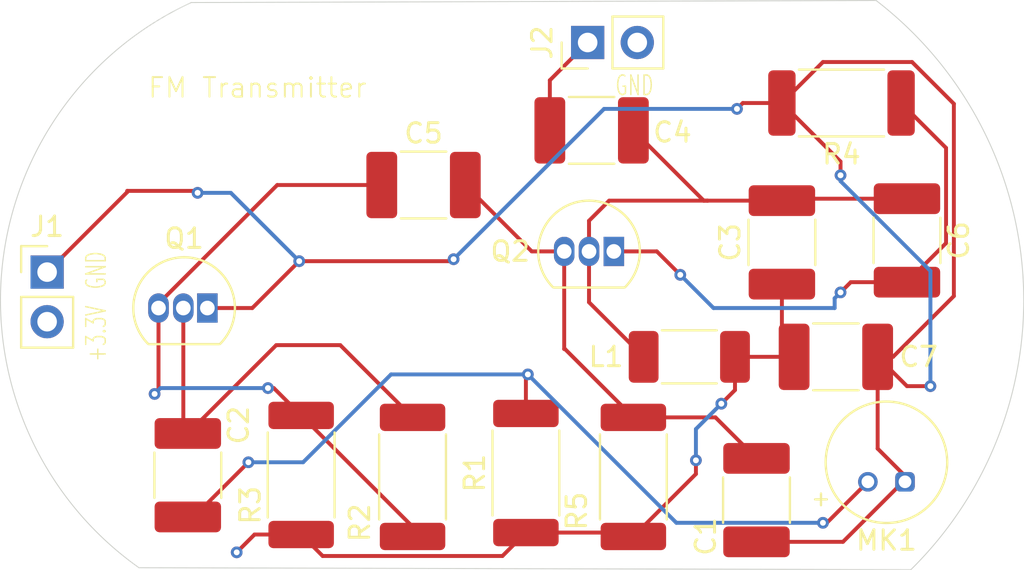
<source format=kicad_pcb>
(kicad_pcb (version 20240108) (generator "pcbnew") (generator_version "8.0")
  (title_block (title "FM Transmitter") (date "2024-07-05") (company "Prince Lee Muhera"))
  (layers (0 "F.Cu" signal) (1 "In1.Cu" power "GnD") (2 "In2.Cu" power "PwR") (31 "B.Cu" signal) (34 "B.Paste" user) (35 "F.Paste" user) (36 "B.SilkS" user "B.Silkscreen") (37 "F.SilkS" user "F.Silkscreen") (38 "B.Mask" user) (39 "F.Mask" user) (44 "Edge.Cuts" user))
  (net 0 "")
  (net 1 "Net-(Q1-B)")
  (net 2 "Net-(MK1-+)")
  (net 3 "Net-(Q2-B)")
  (net 4 "Net-(Q1-C)")
  (net 5 "+3.3V")
  (net 6 "Net-(Q2-C)")
  (net 7 "Net-(Q2-E)")
  (net 8 "/ANT")
  (net 9 "GND")
  (footprint "Capacitor_SMD:C_1812_4532Metric_Pad1.57x3.40mm_HandSolder" (layer "F.Cu") (at 190.56393 88.898931)
    (property "Reference" "C7" (at 4.2375 0 0) (layer "F.SilkS"))
    (property "Value" "22nF")
    (fp_line (start -1.161252 -1.71) (end 1.161252 -1.71) (stroke (width 0.12)) (layer "F.SilkS"))
    (fp_line (start -1.161252 1.71) (end 1.161252 1.71) (stroke (width 0.12)) (layer "F.SilkS"))
    (pad "1" smd roundrect (at -2.1375 0) (size 1.575 3.4) (layers "F.Cu" "F.Paste" "F.Mask") (roundrect_rratio 0.15873) (net 5 "+3.3V"))
    (pad "2" smd roundrect (at 2.1375 0) (size 1.575 3.4) (layers "F.Cu" "F.Paste" "F.Mask") (roundrect_rratio 0.15873) (net 9 "GND"))
  )
  (footprint "Sensor_Audio:POM-2244P-C3310-2-R" (layer "F.Cu") (at 194.10143 95.298931 180)
    (property "Reference" "MK1" (at 0.95 -3 0) (layer "F.SilkS"))
    (property "Value" "Microphone_Condenser" (hide yes))
    (fp_line (start 4.3 -0.9) (end 4.6 -0.9) (stroke (width 0.12)) (layer "F.SilkS"))
    (fp_line (start 4.3 -0.9) (end 4 -0.9) (stroke (width 0.12)) (layer "F.SilkS"))
    (fp_line (start 4.3 -1.2) (end 4.3 -0.6) (stroke (width 0.12)) (layer "F.SilkS"))
    (fp_circle (center 0.95 1) (end 4.06 1) (stroke (width 0.12)) (fill none) (layer "F.SilkS"))
    (pad "1" thru_hole roundrect (at 0 0 180) (size 1 1) (drill 0.65) (layers "*.Cu" "*.Mask") (net 9 "GND"))
    (pad "2" thru_hole circle (at 1.9 0 180) (size 1 1) (drill 0.65) (layers "*.Cu" "*.Mask") (net 2 "Net-(MK1-+)"))
  )
  (footprint "Capacitor_SMD:C_1812_4532Metric_Pad1.57x3.40mm_HandSolder" (layer "F.Cu") (at 187.80143 83.036431 90)
    (property "Reference" "C3" (at 0 -2.65 90) (layer "F.SilkS"))
    (property "Value" "60pF")
    (fp_line (start -1.161252 -1.71) (end 1.161252 -1.71) (stroke (width 0.12)) (layer "F.SilkS"))
    (fp_line (start -1.161252 1.71) (end 1.161252 1.71) (stroke (width 0.12)) (layer "F.SilkS"))
    (pad "1" smd roundrect (at -2.1375 0 90) (size 1.575 3.4) (layers "F.Cu" "F.Paste" "F.Mask") (roundrect_rratio 0.15873) (net 5 "+3.3V"))
    (pad "2" smd roundrect (at 2.1375 0 90) (size 1.575 3.4) (layers "F.Cu" "F.Paste" "F.Mask") (roundrect_rratio 0.15873) (net 6 "Net-(Q2-C)"))
  )
  (footprint "Capacitor_SMD:C_1812_4532Metric_Pad1.57x3.40mm_HandSolder" (layer "F.Cu") (at 186.50143 96.236431 90)
    (property "Reference" "C1" (at -1.8625 -2.6 90) (layer "F.SilkS"))
    (property "Value" "1nF")
    (fp_line (start -1.161252 -1.71) (end 1.161252 -1.71) (stroke (width 0.12)) (layer "F.SilkS"))
    (fp_line (start -1.161252 1.71) (end 1.161252 1.71) (stroke (width 0.12)) (layer "F.SilkS"))
    (pad "1" smd roundrect (at -2.1375 0 90) (size 1.575 3.4) (layers "F.Cu" "F.Paste" "F.Mask") (roundrect_rratio 0.15873) (net 9 "GND"))
    (pad "2" smd roundrect (at 2.1375 0 90) (size 1.575 3.4) (layers "F.Cu" "F.Paste" "F.Mask") (roundrect_rratio 0.15873) (net 3 "Net-(Q2-B)"))
  )
  (footprint "Capacitor_SMD:C_1812_4532Metric_Pad1.57x3.40mm_HandSolder" (layer "F.Cu") (at 178.06393 77.298931)
    (property "Reference" "C4" (at 4.1375 0.1 0) (layer "F.SilkS"))
    (property "Value" "27pF")
    (fp_line (start -1.161252 -1.71) (end 1.161252 -1.71) (stroke (width 0.12)) (layer "F.SilkS"))
    (fp_line (start -1.161252 1.71) (end 1.161252 1.71) (stroke (width 0.12)) (layer "F.SilkS"))
    (pad "1" smd roundrect (at -2.1375 0) (size 1.575 3.4) (layers "F.Cu" "F.Paste" "F.Mask") (roundrect_rratio 0.15873) (net 8 "/ANT"))
    (pad "2" smd roundrect (at 2.1375 0) (size 1.575 3.4) (layers "F.Cu" "F.Paste" "F.Mask") (roundrect_rratio 0.15873) (net 6 "Net-(Q2-C)"))
  )
  (footprint "Resistor_SMD:R_2512_6332Metric_Pad1.40x3.35mm_HandSolder" (layer "F.Cu") (at 180.20143 95.048931 90)
    (property "Reference" "R5" (at -1.75 -2.9 90) (layer "F.SilkS"))
    (property "Value" "43k")
    (fp_line (start -2.177064 -1.71) (end 2.177064 -1.71) (stroke (width 0.12)) (layer "F.SilkS"))
    (fp_line (start -2.177064 1.71) (end 2.177064 1.71) (stroke (width 0.12)) (layer "F.SilkS"))
    (pad "1" smd roundrect (at -3.05 0 90) (size 1.4 3.35) (layers "F.Cu" "F.Paste" "F.Mask") (roundrect_rratio 0.178571) (net 5 "+3.3V"))
    (pad "2" smd roundrect (at 3.05 0 90) (size 1.4 3.35) (layers "F.Cu" "F.Paste" "F.Mask") (roundrect_rratio 0.178571) (net 3 "Net-(Q2-B)"))
  )
  (footprint "Resistor_SMD:R_2512_6332Metric_Pad1.40x3.35mm_HandSolder" (layer "F.Cu") (at 163.20143 94.948931 90)
    (property "Reference" "R3" (at -1.55 -2.6 90) (layer "F.SilkS"))
    (property "Value" "10k")
    (fp_line (start -2.177064 -1.71) (end 2.177064 -1.71) (stroke (width 0.12)) (layer "F.SilkS"))
    (fp_line (start -2.177064 1.71) (end 2.177064 1.71) (stroke (width 0.12)) (layer "F.SilkS"))
    (pad "1" smd roundrect (at -3.05 0 90) (size 1.4 3.35) (layers "F.Cu" "F.Paste" "F.Mask") (roundrect_rratio 0.178571) (net 5 "+3.3V"))
    (pad "2" smd roundrect (at 3.05 0 90) (size 1.4 3.35) (layers "F.Cu" "F.Paste" "F.Mask") (roundrect_rratio 0.178571) (net 4 "Net-(Q1-C)"))
  )
  (footprint "Connector_PinHeader_2.54mm:PinHeader_1x02_P2.54mm_Vertical" (layer "F.Cu") (at 150.20143 84.558931)
    (property "Reference" "J1" (at 0 -2.33 0) (layer "F.SilkS"))
    (property "Value" "Conn_01x02_Pin" (hide yes))
    (fp_line (start -1.33 -1.33) (end 0 -1.33) (stroke (width 0.12)) (layer "F.SilkS"))
    (fp_line (start -1.33 0) (end -1.33 -1.33) (stroke (width 0.12)) (layer "F.SilkS"))
    (fp_line (start -1.33 1.27) (end -1.33 3.87) (stroke (width 0.12)) (layer "F.SilkS"))
    (fp_line (start -1.33 1.27) (end 1.33 1.27) (stroke (width 0.12)) (layer "F.SilkS"))
    (fp_line (start -1.33 3.87) (end 1.33 3.87) (stroke (width 0.12)) (layer "F.SilkS"))
    (fp_line (start 1.33 1.27) (end 1.33 3.87) (stroke (width 0.12)) (layer "F.SilkS"))
    (pad "1" thru_hole rect (at 0 0) (size 1.7 1.7) (drill 1) (layers "*.Cu" "*.Mask") (net 9 "GND"))
    (pad "2" thru_hole oval (at 0 2.54) (size 1.7 1.7) (drill 1) (layers "*.Cu" "*.Mask") (net 5 "+3.3V"))
  )
  (footprint "Inductor_SMD:L_2010_5025Metric_Pad1.52x2.65mm_HandSolder" (layer "F.Cu") (at 183.06393 88.898931 180)
    (property "Reference" "L1" (at 4.2625 0 180) (layer "F.SilkS"))
    (property "Value" "0.1uH")
    (fp_line (start -1.402064 1.36) (end 1.402064 1.36) (stroke (width 0.12)) (layer "F.SilkS"))
    (fp_line (start -1.402064 -1.36) (end 1.402064 -1.36) (stroke (width 0.12)) (layer "F.SilkS"))
    (pad "1" smd roundrect (at -2.3375 0 180) (size 1.525 2.65) (layers "F.Cu" "F.Paste" "F.Mask") (roundrect_rratio 0.163934) (net 5 "+3.3V"))
    (pad "2" smd roundrect (at 2.3375 0 180) (size 1.525 2.65) (layers "F.Cu" "F.Paste" "F.Mask") (roundrect_rratio 0.163934) (net 6 "Net-(Q2-C)"))
  )
  (footprint "Resistor_SMD:R_2512_6332Metric_Pad1.40x3.35mm_HandSolder" (layer "F.Cu") (at 190.85143 75.898931 180)
    (property "Reference" "R4" (at 0 -2.62 180) (layer "F.SilkS"))
    (property "Value" "330")
    (fp_line (start -2.177064 1.71) (end 2.177064 1.71) (stroke (width 0.12)) (layer "F.SilkS"))
    (fp_line (start -2.177064 -1.71) (end 2.177064 -1.71) (stroke (width 0.12)) (layer "F.SilkS"))
    (pad "1" smd roundrect (at -3.05 0 180) (size 1.4 3.35) (layers "F.Cu" "F.Paste" "F.Mask") (roundrect_rratio 0.178571) (net 7 "Net-(Q2-E)"))
    (pad "2" smd roundrect (at 3.05 0 180) (size 1.4 3.35) (layers "F.Cu" "F.Paste" "F.Mask") (roundrect_rratio 0.178571) (net 9 "GND"))
  )
  (footprint "Connector_PinHeader_2.54mm:PinHeader_1x02_P2.54mm_Vertical" (layer "F.Cu") (at 177.86143 72.798931 90)
    (property "Reference" "J2" (at 0 -2.33 90) (layer "F.SilkS"))
    (property "Value" "Conn_01x02_Pin" (hide yes))
    (fp_line (start -1.33 -1.33) (end 0 -1.33) (stroke (width 0.12)) (layer "F.SilkS"))
    (fp_line (start -1.33 0) (end -1.33 -1.33) (stroke (width 0.12)) (layer "F.SilkS"))
    (fp_line (start 1.33 1.27) (end 1.33 3.87) (stroke (width 0.12)) (layer "F.SilkS"))
    (fp_line (start -1.33 1.27) (end 1.33 1.27) (stroke (width 0.12)) (layer "F.SilkS"))
    (fp_line (start -1.33 1.27) (end -1.33 3.87) (stroke (width 0.12)) (layer "F.SilkS"))
    (fp_line (start -1.33 3.87) (end 1.33 3.87) (stroke (width 0.12)) (layer "F.SilkS"))
    (pad "1" thru_hole rect (at 0 0 90) (size 1.7 1.7) (drill 1) (layers "*.Cu" "*.Mask") (net 8 "/ANT"))
    (pad "2" thru_hole oval (at 0 2.54 90) (size 1.7 1.7) (drill 1) (layers "*.Cu" "*.Mask") (net 9 "GND"))
  )
  (footprint "Resistor_SMD:R_2512_6332Metric_Pad1.40x3.35mm_HandSolder" (layer "F.Cu") (at 174.70143 94.848931 90)
    (property "Reference" "R1" (at 0 -2.62 90) (layer "F.SilkS"))
    (property "Value" "22k")
    (fp_line (start -2.177064 -1.71) (end 2.177064 -1.71) (stroke (width 0.12)) (layer "F.SilkS"))
    (fp_line (start -2.177064 1.71) (end 2.177064 1.71) (stroke (width 0.12)) (layer "F.SilkS"))
    (pad "1" smd roundrect (at -3.05 0 90) (size 1.4 3.35) (layers "F.Cu" "F.Paste" "F.Mask") (roundrect_rratio 0.178571) (net 5 "+3.3V"))
    (pad "2" smd roundrect (at 3.05 0 90) (size 1.4 3.35) (layers "F.Cu" "F.Paste" "F.Mask") (roundrect_rratio 0.178571) (net 2 "Net-(MK1-+)"))
  )
  (footprint "Capacitor_SMD:C_1812_4532Metric_Pad1.57x3.40mm_HandSolder" (layer "F.Cu") (at 194.20143 82.936431 -90)
    (property "Reference" "C6" (at 0 -2.65 -90) (layer "F.SilkS"))
    (property "Value" "1uF")
    (fp_line (start -1.161252 1.71) (end 1.161252 1.71) (stroke (width 0.12)) (layer "F.SilkS"))
    (fp_line (start -1.161252 -1.71) (end 1.161252 -1.71) (stroke (width 0.12)) (layer "F.SilkS"))
    (pad "1" smd roundrect (at -2.1375 0 270) (size 1.575 3.4) (layers "F.Cu" "F.Paste" "F.Mask") (roundrect_rratio 0.15873) (net 6 "Net-(Q2-C)"))
    (pad "2" smd roundrect (at 2.1375 0 270) (size 1.575 3.4) (layers "F.Cu" "F.Paste" "F.Mask") (roundrect_rratio 0.15873) (net 7 "Net-(Q2-E)"))
  )
  (footprint "Resistor_SMD:R_2512_6332Metric_Pad1.40x3.35mm_HandSolder" (layer "F.Cu") (at 168.90143 95.048931 90)
    (property "Reference" "R2" (at -2.35 -2.7 90) (layer "F.SilkS"))
    (property "Value" "1M")
    (fp_line (start -2.177064 -1.71) (end 2.177064 -1.71) (stroke (width 0.12)) (layer "F.SilkS"))
    (fp_line (start -2.177064 1.71) (end 2.177064 1.71) (stroke (width 0.12)) (layer "F.SilkS"))
    (pad "1" smd roundrect (at -3.05 0 90) (size 1.4 3.35) (layers "F.Cu" "F.Paste" "F.Mask") (roundrect_rratio 0.178571) (net 4 "Net-(Q1-C)"))
    (pad "2" smd roundrect (at 3.05 0 90) (size 1.4 3.35) (layers "F.Cu" "F.Paste" "F.Mask") (roundrect_rratio 0.178571) (net 1 "Net-(Q1-B)"))
  )
  (footprint "Package_TO_SOT_THT:TO-92_Inline" (layer "F.Cu") (at 155.94143 86.398931)
    (property "Reference" "Q1" (at 1.27 -3.56 0) (layer "F.SilkS"))
    (property "Value" "2SC1815")
    (fp_line (start -0.53 1.85) (end 3.07 1.85) (stroke (width 0.12)) (layer "F.SilkS"))
    (fp_arc (start -0.568478 1.838478) (mid -1.132087 -0.994977) (end 1.27 -2.6) (stroke (width 0.12)) (layer "F.SilkS"))
    (fp_arc (start 1.27 -2.6) (mid 3.672087 -0.994977) (end 3.108478 1.838478) (stroke (width 0.12)) (layer "F.SilkS"))
    (pad "1" thru_hole rect (at 2.46 0 180) (size 1.05 1.5) (drill 0.75) (layers "*.Cu" "*.Mask") (net 9 "GND"))
    (pad "2" thru_hole oval (at -0.04 0) (size 1.05 1.5) (drill 0.75) (layers "*.Cu" "*.Mask") (net 4 "Net-(Q1-C)"))
    (pad "3" thru_hole oval (at 1.23 0 180) (size 1.05 1.5) (drill 0.75) (layers "*.Cu" "*.Mask") (net 1 "Net-(Q1-B)"))
  )
  (footprint "Capacitor_SMD:C_1812_4532Metric_Pad1.57x3.40mm_HandSolder" (layer "F.Cu") (at 169.46393 80.098931)
    (property "Reference" "C5" (at 0 -2.65 0) (layer "F.SilkS"))
    (property "Value" "100nF")
    (fp_line (start -1.161252 -1.71) (end 1.161252 -1.71) (stroke (width 0.12)) (layer "F.SilkS"))
    (fp_line (start -1.161252 1.71) (end 1.161252 1.71) (stroke (width 0.12)) (layer "F.SilkS"))
    (pad "1" smd roundrect (at -2.1375 0) (size 1.575 3.4) (layers "F.Cu" "F.Paste" "F.Mask") (roundrect_rratio 0.15873) (net 4 "Net-(Q1-C)"))
    (pad "2" smd roundrect (at 2.1375 0) (size 1.575 3.4) (layers "F.Cu" "F.Paste" "F.Mask") (roundrect_rratio 0.15873) (net 3 "Net-(Q2-B)"))
  )
  (footprint "Capacitor_SMD:C_1812_4532Metric_Pad1.57x3.40mm_HandSolder" (layer "F.Cu") (at 157.40143 94.961431 -90)
    (property "Reference" "C2" (at -2.5625 -2.6 90) (layer "F.SilkS"))
    (property "Value" "22nF")
    (fp_line (start -1.161252 1.71) (end 1.161252 1.71) (stroke (width 0.12)) (layer "F.SilkS"))
    (fp_line (start -1.161252 -1.71) (end 1.161252 -1.71) (stroke (width 0.12)) (layer "F.SilkS"))
    (pad "1" smd roundrect (at -2.1375 0 270) (size 1.575 3.4) (layers "F.Cu" "F.Paste" "F.Mask") (roundrect_rratio 0.15873) (net 1 "Net-(Q1-B)"))
    (pad "2" smd roundrect (at 2.1375 0 270) (size 1.575 3.4) (layers "F.Cu" "F.Paste" "F.Mask") (roundrect_rratio 0.15873) (net 2 "Net-(MK1-+)"))
  )
  (footprint "Package_TO_SOT_THT:TO-92_Inline" (layer "F.Cu") (at 176.66143 83.498931)
    (property "Reference" "Q2" (at -2.76 0 0) (layer "F.SilkS"))
    (property "Value" "2SC1815")
    (fp_line (start -0.53 1.85) (end 3.07 1.85) (stroke (width 0.12)) (layer "F.SilkS"))
    (fp_arc (start -0.568478 1.838478) (mid -1.132087 -0.994977) (end 1.27 -2.6) (stroke (width 0.12)) (layer "F.SilkS"))
    (fp_arc (start 1.27 -2.6) (mid 3.672087 -0.994977) (end 3.108478 1.838478) (stroke (width 0.12)) (layer "F.SilkS"))
    (pad "1" thru_hole rect (at 2.54 0 180) (size 1.05 1.5) (drill 0.75) (layers "*.Cu" "*.Mask") (net 7 "Net-(Q2-E)"))
    (pad "2" thru_hole oval (at 1.27 0) (size 1.05 1.5) (drill 0.75) (layers "*.Cu" "*.Mask") (net 6 "Net-(Q2-C)"))
    (pad "3" thru_hole oval (at 0 0 180) (size 1.05 1.5) (drill 0.75) (layers "*.Cu" "*.Mask") (net 3 "Net-(Q2-B)"))
  )
  (gr_arc (start 192.622141 70.647359) (mid 200.140682 84.818545) (end 194.401429 99.79893) (stroke (width 0.05)) (layer "Edge.Cuts"))
  (gr_arc (start 154.901431 99.69893) (mid 147.886425 84.453431) (end 157.577858 70.75264) (stroke (width 0.05)) (layer "Edge.Cuts"))
  (gr_line (start 194.401429 99.79893) (end 154.901431 99.69893) (stroke (width 0.05)) (layer "Edge.Cuts"))
  (gr_line (start 157.577858 70.75264) (end 192.622141 70.647359) (stroke (width 0.05)) (layer "Edge.Cuts"))
  (gr_text "FM Transmitter" (at 155.30143 75.698931 0) (layer "F.SilkS") (effects (font (size 1 1) (thickness 0.1)) (justify left bottom)))
  (gr_text "GND" (at 179.225182 75.588931 0) (layer "F.SilkS") (effects (font (size 1 0.6444) (thickness 0.0746)) (justify left bottom)))
  (gr_text "GND" (at 153.30143 85.498931 90) (layer "F.SilkS") (effects (font (size 1 0.6444) (thickness 0.0746)) (justify left bottom)))
  (gr_text "+3.3V\n" (at 153.30143 89.198931 90) (layer "F.SilkS") (effects (font (size 1 0.6444) (thickness 0.0746)) (justify left bottom)))
  (segment (start 161.92643 88.298931) (end 165.20143 88.298931) (width 0.2) (layer "F.Cu") (net 1))
  (segment (start 165.20143 88.298931) (end 168.90143 91.998931) (width 0.2) (layer "F.Cu") (net 1))
  (segment (start 157.40143 92.823931) (end 161.92643 88.298931) (width 0.2) (layer "F.Cu") (net 1))
  (segment (start 157.17143 86.398931) (end 157.17143 92.593931) (width 0.2) (layer "F.Cu") (net 1))
  (segment (start 157.17143 92.593931) (end 157.40143 92.823931) (width 0.2) (layer "F.Cu") (net 1))
  (segment (start 190.10143 97.398931) (end 192.20143 95.298931) (width 0.2) (layer "F.Cu") (net 2))
  (segment (start 157.70143 97.098931) (end 157.40143 97.098931) (width 0.2) (layer "F.Cu") (net 2))
  (segment (start 160.50143 94.298931) (end 157.70143 97.098931) (width 0.2) (layer "F.Cu") (net 2))
  (segment (start 174.70143 89.898931) (end 174.70143 91.798931) (width 0.2) (layer "F.Cu") (net 2))
  (segment (start 174.80143 89.798931) (end 174.70143 89.898931) (width 0.2) (layer "F.Cu") (net 2))
  (segment (start 189.90143 97.398931) (end 190.10143 97.398931) (width 0.2) (layer "F.Cu") (net 2))
  (via (at 189.90143 97.398931) (size 0.6) (drill 0.3) (layers "F.Cu" "B.Cu") (net 2))
  (via (at 174.80143 89.798931) (size 0.6) (drill 0.3) (layers "F.Cu" "B.Cu") (net 2))
  (via (at 160.50143 94.298931) (size 0.6) (drill 0.3) (layers "F.Cu" "B.Cu") (net 2))
  (segment (start 174.80143 89.798931) (end 182.40143 97.398931) (width 0.2) (layer "B.Cu") (net 2))
  (segment (start 160.50143 94.298931) (end 163.30143 94.298931) (width 0.2) (layer "B.Cu") (net 2))
  (segment (start 167.80143 89.798931) (end 174.80143 89.798931) (width 0.2) (layer "B.Cu") (net 2))
  (segment (start 163.30143 94.298931) (end 167.80143 89.798931) (width 0.2) (layer "B.Cu") (net 2))
  (segment (start 182.40143 97.398931) (end 189.90143 97.398931) (width 0.2) (layer "B.Cu") (net 2))
  (segment (start 175.00143 83.498931) (end 171.60143 80.098931) (width 0.2) (layer "F.Cu") (net 3))
  (segment (start 176.66143 88.498931) (end 176.70143 88.498931) (width 0.2) (layer "F.Cu") (net 3))
  (segment (start 180.20143 91.998931) (end 184.40143 91.998931) (width 0.2) (layer "F.Cu") (net 3))
  (segment (start 184.40143 91.998931) (end 186.50143 94.098931) (width 0.2) (layer "F.Cu") (net 3))
  (segment (start 176.70143 88.498931) (end 180.20143 91.998931) (width 0.2) (layer "F.Cu") (net 3))
  (segment (start 176.66143 83.498931) (end 176.66143 88.498931) (width 0.2) (layer "F.Cu") (net 3))
  (segment (start 176.66143 83.498931) (end 175.00143 83.498931) (width 0.2) (layer "F.Cu") (net 3))
  (segment (start 161.50143 90.498931) (end 161.80143 90.498931) (width 0.2) (layer "F.Cu") (net 4))
  (segment (start 168.90143 97.598931) (end 168.90143 98.098931) (width 0.2) (layer "F.Cu") (net 4))
  (segment (start 161.80143 90.498931) (end 163.20143 91.898931) (width 0.2) (layer "F.Cu") (net 4))
  (segment (start 155.90143 90.598931) (end 155.70143 90.798931) (width 0.2) (layer "F.Cu") (net 4))
  (segment (start 161.97643 80.098931) (end 167.32643 80.098931) (width 0.2) (layer "F.Cu") (net 4))
  (segment (start 155.90143 86.398931) (end 155.90143 90.598931) (width 0.2) (layer "F.Cu") (net 4))
  (segment (start 163.20143 91.898931) (end 168.90143 97.598931) (width 0.2) (layer "F.Cu") (net 4))
  (segment (start 155.90143 86.173931) (end 161.97643 80.098931) (width 0.2) (layer "F.Cu") (net 4))
  (segment (start 155.90143 86.398931) (end 155.90143 86.173931) (width 0.2) (layer "F.Cu") (net 4))
  (via (at 161.50143 90.498931) (size 0.6) (drill 0.3) (layers "F.Cu" "B.Cu") (net 4))
  (via (at 155.70143 90.798931) (size 0.6) (drill 0.3) (layers "F.Cu" "B.Cu") (net 4))
  (segment (start 161.50143 90.498931) (end 156.00143 90.498931) (width 0.2) (layer "B.Cu") (net 4))
  (segment (start 156.00143 90.498931) (end 155.70143 90.798931) (width 0.2) (layer "B.Cu") (net 4))
  (segment (start 174.70143 97.898931) (end 180.00143 97.898931) (width 0.2) (layer "F.Cu") (net 5))
  (segment (start 185.40143 90.598931) (end 185.40143 88.898931) (width 0.2) (layer "F.Cu") (net 5))
  (segment (start 160.814814 97.998931) (end 163.20143 97.998931) (width 0.2) (layer "F.Cu") (net 5))
  (segment (start 180.20143 98.098931) (end 183.40143 94.898931) (width 0.2) (layer "F.Cu") (net 5))
  (segment (start 164.30143 99.098931) (end 163.20143 97.998931) (width 0.2) (layer "F.Cu") (net 5))
  (segment (start 183.40143 94.898931) (end 183.40143 94.198931) (width 0.2) (layer "F.Cu") (net 5))
  (segment (start 187.80143 85.173931) (end 187.80143 88.273931) (width 0.2) (layer "F.Cu") (net 5))
  (segment (start 159.902158 98.911587) (end 160.814814 97.998931) (width 0.2) (layer "F.Cu") (net 5))
  (segment (start 184.70143 91.298931) (end 185.40143 90.598931) (width 0.2) (layer "F.Cu") (net 5))
  (segment (start 174.70143 97.898931) (end 173.50143 99.098931) (width 0.2) (layer "F.Cu") (net 5))
  (segment (start 173.50143 99.098931) (end 164.30143 99.098931) (width 0.2) (layer "F.Cu") (net 5))
  (segment (start 187.80143 88.273931) (end 188.42643 88.898931) (width 0.2) (layer "F.Cu") (net 5))
  (segment (start 188.42643 88.898931) (end 185.40143 88.898931) (width 0.2) (layer "F.Cu") (net 5))
  (segment (start 180.00143 97.898931) (end 180.20143 98.098931) (width 0.2) (layer "F.Cu") (net 5))
  (via (at 183.40143 94.198931) (size 0.6) (drill 0.3) (layers "F.Cu" "B.Cu") (net 5))
  (via (at 184.70143 91.298931) (size 0.6) (drill 0.3) (layers "F.Cu" "B.Cu") (net 5))
  (via (at 159.902158 98.911587) (size 0.6) (drill 0.3) (layers "F.Cu" "B.Cu") (net 5))
  (segment (start 183.40143 92.598931) (end 184.70143 91.298931) (width 0.2) (layer "B.Cu") (net 5))
  (segment (start 183.40143 94.198931) (end 183.40143 92.598931) (width 0.2) (layer "B.Cu") (net 5))
  (segment (start 177.93143 81.928931) (end 178.96143 80.898931) (width 0.2) (layer "F.Cu") (net 6))
  (segment (start 183.80143 80.898931) (end 184.00143 80.898931) (width 0.2) (layer "F.Cu") (net 6))
  (segment (start 180.72643 88.898931) (end 177.93143 86.103931) (width 0.2) (layer "F.Cu") (net 6))
  (segment (start 178.96143 80.898931) (end 184.00143 80.898931) (width 0.2) (layer "F.Cu") (net 6))
  (segment (start 184.00143 80.898931) (end 187.80143 80.898931) (width 0.2) (layer "F.Cu") (net 6))
  (segment (start 177.93143 83.498931) (end 177.93143 81.928931) (width 0.2) (layer "F.Cu") (net 6))
  (segment (start 180.20143 77.298931) (end 183.80143 80.898931) (width 0.2) (layer "F.Cu") (net 6))
  (segment (start 177.93143 86.103931) (end 177.93143 83.498931) (width 0.2) (layer "F.Cu") (net 6))
  (segment (start 194.20143 80.798931) (end 187.90143 80.798931) (width 0.2) (layer "F.Cu") (net 6))
  (segment (start 187.90143 80.798931) (end 187.80143 80.898931) (width 0.2) (layer "F.Cu") (net 6))
  (segment (start 181.40143 83.498931) (end 182.60143 84.698931) (width 0.2) (layer "F.Cu") (net 7))
  (segment (start 196.20143 78.198931) (end 196.20143 83.073931) (width 0.2) (layer "F.Cu") (net 7))
  (segment (start 193.90143 75.898931) (end 196.20143 78.198931) (width 0.2) (layer "F.Cu") (net 7))
  (segment (start 191.32643 85.073931) (end 194.20143 85.073931) (width 0.2) (layer "F.Cu") (net 7))
  (segment (start 190.80143 85.598931) (end 191.32643 85.073931) (width 0.2) (layer "F.Cu") (net 7))
  (segment (start 196.20143 83.073931) (end 194.20143 85.073931) (width 0.2) (layer "F.Cu") (net 7))
  (segment (start 179.20143 83.498931) (end 181.40143 83.498931) (width 0.2) (layer "F.Cu") (net 7))
  (via (at 190.80143 85.598931) (size 0.6) (drill 0.3) (layers "F.Cu" "B.Cu") (net 7))
  (via (at 182.60143 84.698931) (size 0.6) (drill 0.3) (layers "F.Cu" "B.Cu") (net 7))
  (segment (start 182.60143 84.698931) (end 184.30143 86.398931) (width 0.2) (layer "B.Cu") (net 7))
  (segment (start 190.50143 85.898931) (end 190.80143 85.598931) (width 0.2) (layer "B.Cu") (net 7))
  (segment (start 190.50143 86.398931) (end 190.50143 85.898931) (width 0.2) (layer "B.Cu") (net 7))
  (segment (start 184.30143 86.398931) (end 190.50143 86.398931) (width 0.2) (layer "B.Cu") (net 7))
  (segment (start 175.92643 74.733931) (end 177.86143 72.798931) (width 0.2) (layer "F.Cu") (net 8))
  (segment (start 175.92643 77.298931) (end 175.92643 74.733931) (width 0.2) (layer "F.Cu") (net 8))
  (segment (start 160.70143 86.398931) (end 158.40143 86.398931) (width 0.2) (layer "F.Cu") (net 9))
  (segment (start 170.90143 83.998931) (end 171.00143 83.898931) (width 0.2) (layer "F.Cu") (net 9))
  (segment (start 187.80143 75.898931) (end 190.80143 78.898931) (width 0.2) (layer "F.Cu") (net 9))
  (segment (start 194.461174 73.798931) (end 189.90143 73.798931) (width 0.2) (layer "F.Cu") (net 9))
  (segment (start 196.60143 85.786431) (end 196.60143 75.939187) (width 0.2) (layer "F.Cu") (net 9))
  (segment (start 163.10143 83.998931) (end 170.90143 83.998931) (width 0.2) (layer "F.Cu") (net 9))
  (segment (start 154.30143 80.398931) (end 157.80143 80.398931) (width 0.2) (layer "F.Cu") (net 9))
  (segment (start 195.40143 90.398931) (end 194.20143 90.398931) (width 0.2) (layer "F.Cu") (net 9))
  (segment (start 194.10143 95.298931) (end 194.10143 94.998931) (width 0.2) (layer "F.Cu") (net 9))
  (segment (start 190.92643 98.373931) (end 186.50143 98.373931) (width 0.2) (layer "F.Cu") (net 9))
  (segment (start 194.10143 95.298931) (end 194.00143 95.298931) (width 0.2) (layer "F.Cu") (net 9))
  (segment (start 163.10143 83.998931) (end 160.70143 86.398931) (width 0.2) (layer "F.Cu") (net 9))
  (segment (start 150.20143 84.558931) (end 154.30143 80.458931) (width 0.2) (layer "F.Cu") (net 9))
  (segment (start 190.80143 78.898931) (end 190.80143 79.598931) (width 0.2) (layer "F.Cu") (net 9))
  (segment (start 194.00143 95.298931) (end 190.92643 98.373931) (width 0.2) (layer "F.Cu") (net 9))
  (segment (start 185.80143 75.898931) (end 187.80143 75.898931) (width 0.2) (layer "F.Cu") (net 9))
  (segment (start 194.10143 94.998931) (end 192.70143 93.598931) (width 0.2) (layer "F.Cu") (net 9))
  (segment (start 185.50143 76.198931) (end 185.80143 75.898931) (width 0.2) (layer "F.Cu") (net 9))
  (segment (start 154.30143 80.458931) (end 154.30143 80.398931) (width 0.2) (layer "F.Cu") (net 9))
  (segment (start 192.70143 93.598931) (end 192.70143 88.898931) (width 0.2) (layer "F.Cu") (net 9))
  (segment (start 189.90143 73.798931) (end 187.80143 75.898931) (width 0.2) (layer "F.Cu") (net 9))
  (segment (start 157.80143 80.398931) (end 157.90143 80.498931) (width 0.2) (layer "F.Cu") (net 9))
  (segment (start 192.70143 88.898931) (end 193.48893 88.898931) (width 0.2) (layer "F.Cu") (net 9))
  (segment (start 196.60143 75.939187) (end 194.461174 73.798931) (width 0.2) (layer "F.Cu") (net 9))
  (segment (start 194.20143 90.398931) (end 192.70143 88.898931) (width 0.2) (layer "F.Cu") (net 9))
  (segment (start 193.48893 88.898931) (end 196.60143 85.786431) (width 0.2) (layer "F.Cu") (net 9))
  (via (at 171.00143 83.898931) (size 0.6) (drill 0.3) (layers "F.Cu" "B.Cu") (net 9))
  (via (at 163.10143 83.998931) (size 0.6) (drill 0.3) (layers "F.Cu" "B.Cu") (net 9))
  (via (at 195.40143 90.398931) (size 0.6) (drill 0.3) (layers "F.Cu" "B.Cu") (net 9))
  (via (at 190.80143 79.598931) (size 0.6) (drill 0.3) (layers "F.Cu" "B.Cu") (net 9))
  (via (at 157.90143 80.498931) (size 0.6) (drill 0.3) (layers "F.Cu" "B.Cu") (net 9))
  (via (at 185.50143 76.198931) (size 0.6) (drill 0.3) (layers "F.Cu" "B.Cu") (net 9))
  (segment (start 195.40143 84.498931) (end 195.40143 90.398931) (width 0.2) (layer "B.Cu") (net 9))
  (segment (start 159.60143 80.498931) (end 163.10143 83.998931) (width 0.2) (layer "B.Cu") (net 9))
  (segment (start 190.80143 79.598931) (end 190.80143 79.898931) (width 0.2) (layer "B.Cu") (net 9))
  (segment (start 171.00143 83.898931) (end 178.70143 76.198931) (width 0.2) (layer "B.Cu") (net 9))
  (segment (start 157.90143 80.498931) (end 159.60143 80.498931) (width 0.2) (layer "B.Cu") (net 9))
  (segment (start 178.70143 76.198931) (end 185.50143 76.198931) (width 0.2) (layer "B.Cu") (net 9))
  (segment (start 190.80143 79.898931) (end 195.40143 84.498931) (width 0.2) (layer "B.Cu") (net 9))
)
</source>
